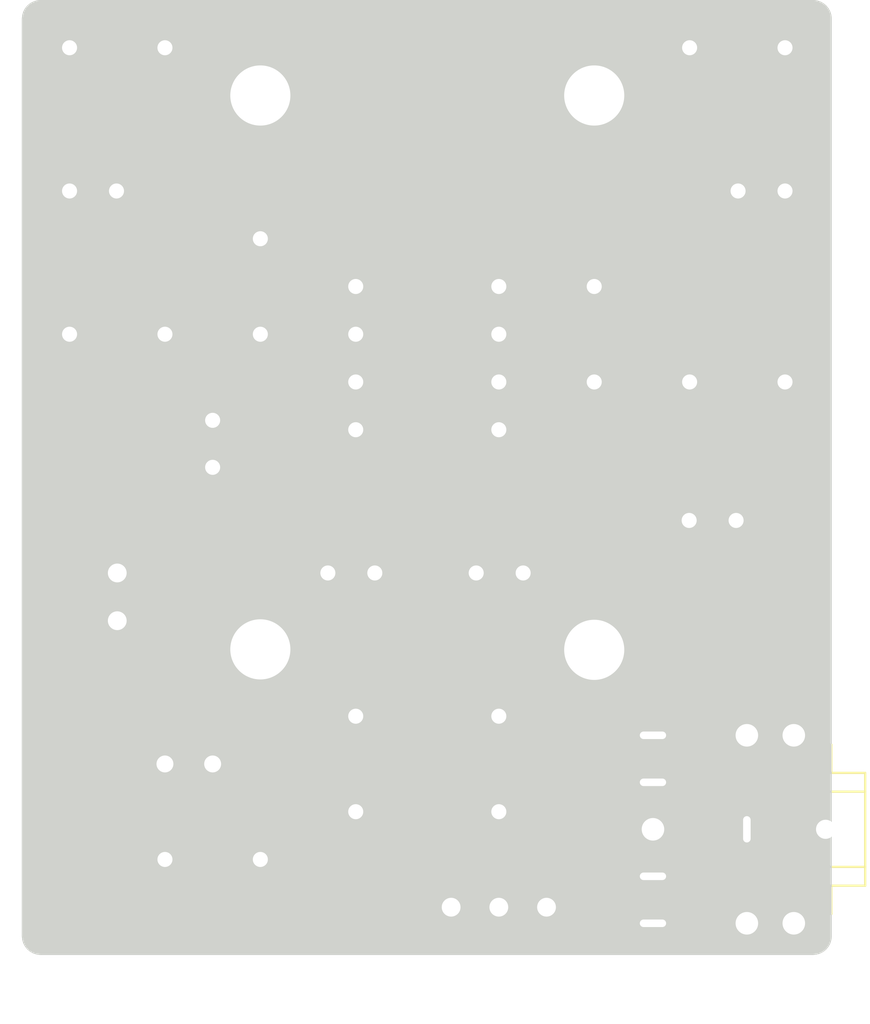
<source format=kicad_pcb>
(kicad_pcb (version 20221018) (generator pcbnew)

  (general
    (thickness 1.6)
  )

  (paper "A4")
  (layers
    (0 "F.Cu" signal)
    (31 "B.Cu" signal)
    (32 "B.Adhes" user "B.Adhesive")
    (33 "F.Adhes" user "F.Adhesive")
    (34 "B.Paste" user)
    (35 "F.Paste" user)
    (36 "B.SilkS" user "B.Silkscreen")
    (37 "F.SilkS" user "F.Silkscreen")
    (38 "B.Mask" user)
    (39 "F.Mask" user)
    (40 "Dwgs.User" user "User.Drawings")
    (41 "Cmts.User" user "User.Comments")
    (42 "Eco1.User" user "User.Eco1")
    (43 "Eco2.User" user "User.Eco2")
    (44 "Edge.Cuts" user)
    (45 "Margin" user)
    (46 "B.CrtYd" user "B.Courtyard")
    (47 "F.CrtYd" user "F.Courtyard")
    (48 "B.Fab" user)
    (49 "F.Fab" user)
    (50 "User.1" user)
    (51 "User.2" user)
    (52 "User.3" user)
    (53 "User.4" user)
    (54 "User.5" user)
    (55 "User.6" user)
    (56 "User.7" user)
    (57 "User.8" user)
    (58 "User.9" user)
  )

  (setup
    (stackup
      (layer "F.SilkS" (type "Top Silk Screen"))
      (layer "F.Paste" (type "Top Solder Paste"))
      (layer "F.Mask" (type "Top Solder Mask") (thickness 0.01))
      (layer "F.Cu" (type "copper") (thickness 0.035))
      (layer "dielectric 1" (type "core") (thickness 1.51) (material "FR4") (epsilon_r 4.5) (loss_tangent 0.02))
      (layer "B.Cu" (type "copper") (thickness 0.035))
      (layer "B.Mask" (type "Bottom Solder Mask") (thickness 0.01))
      (layer "B.Paste" (type "Bottom Solder Paste"))
      (layer "B.SilkS" (type "Bottom Silk Screen"))
      (copper_finish "None")
      (dielectric_constraints no)
    )
    (pad_to_mask_clearance 0)
    (pcbplotparams
      (layerselection 0x00010fc_ffffffff)
      (plot_on_all_layers_selection 0x0000000_00000000)
      (disableapertmacros false)
      (usegerberextensions false)
      (usegerberattributes true)
      (usegerberadvancedattributes true)
      (creategerberjobfile true)
      (dashed_line_dash_ratio 12.000000)
      (dashed_line_gap_ratio 3.000000)
      (svgprecision 4)
      (plotframeref false)
      (viasonmask false)
      (mode 1)
      (useauxorigin false)
      (hpglpennumber 1)
      (hpglpenspeed 20)
      (hpglpendiameter 15.000000)
      (dxfpolygonmode true)
      (dxfimperialunits true)
      (dxfusepcbnewfont true)
      (psnegative false)
      (psa4output false)
      (plotreference true)
      (plotvalue true)
      (plotinvisibletext false)
      (sketchpadsonfab false)
      (subtractmaskfromsilk false)
      (outputformat 1)
      (mirror false)
      (drillshape 1)
      (scaleselection 1)
      (outputdirectory "")
    )
  )

  (net 0 "")
  (net 1 "Net-(C1-Pad1)")
  (net 2 "Net-(C1-Pad2)")
  (net 3 "Net-(C2-Pad1)")
  (net 4 "Net-(C2-Pad2)")
  (net 5 "Net-(J1-Pin_2)")
  (net 6 "Net-(J1-Pin_6)")
  (net 7 "+BATT")
  (net 8 "-BATT")
  (net 9 "Net-(J1-Pin_1)")
  (net 10 "Net-(J1-Pin_7)")
  (net 11 "Net-(D1-A)")
  (net 12 "Virtual_Ground")
  (net 13 "Net-(C3-Pad1)")
  (net 14 "Net-(C4-Pad1)")
  (net 15 "Net-(J4-Pin_2)")
  (net 16 "Net-(J4-Pin_3)")

  (footprint "Capacitor_THT:CP_Radial_D5.0mm_P2.50mm" (layer "F.Cu") (at 154.94 106.14 90))

  (footprint "Capacitor_THT:CP_Radial_D5.0mm_P2.50mm" (layer "F.Cu") (at 147.32 91.44))

  (footprint "MountingHole:MountingHole_3.2mm_M3" (layer "F.Cu") (at 175.26 115.848888))

  (footprint "Resistor_THT:R_Box_L8.4mm_W2.5mm_P5.08mm" (layer "F.Cu") (at 175.26 101.6 90))

  (footprint "Capacitor_THT:CP_Radial_D5.0mm_P2.50mm" (layer "F.Cu") (at 161.076 111.76))

  (footprint "Capacitor_THT:CP_Radial_D5.0mm_P2.50mm" (layer "F.Cu") (at 182.815113 108.966 180))

  (footprint "MountingHole:MountingHole_3.2mm_M3" (layer "F.Cu") (at 157.48 115.824))

  (footprint "Capacitor_THT:CP_Radial_D5.0mm_P2.50mm" (layer "F.Cu") (at 168.974888 111.76))

  (footprint "Resistor_THT:R_Box_L8.4mm_W2.5mm_P5.08mm" (layer "F.Cu") (at 157.48 93.98 -90))

  (footprint "Resistor_THT:R_Box_L8.4mm_W2.5mm_P5.08mm" (layer "F.Cu") (at 170.18 119.38 -90))

  (footprint "MountingHole:MountingHole_3.2mm_M3" (layer "F.Cu") (at 157.48 86.36))

  (footprint "Connector_PinHeader_2.54mm:PinHeader_1x03_P2.54mm_Vertical" (layer "F.Cu") (at 167.64 129.54 90))

  (footprint "Inductor_THT:L_Axial_L7.0mm_D3.3mm_P5.08mm_Vertical_Fastron_MICC" (layer "F.Cu") (at 185.42 83.82 180))

  (footprint "Package_DIP:DIP-8_W7.62mm_Socket" (layer "F.Cu") (at 162.56 96.52))

  (footprint "Inductor_THT:L_Axial_L7.0mm_D3.3mm_P5.08mm_Vertical_Fastron_MICC" (layer "F.Cu") (at 147.32 83.82))

  (footprint "Resistor_THT:R_Box_L8.4mm_W2.5mm_P5.08mm" (layer "F.Cu") (at 162.56 124.46 90))

  (footprint "Resistor_THT:R_Box_L8.4mm_W2.5mm_P5.08mm" (layer "F.Cu") (at 180.34 101.6))

  (footprint "Resistor_THT:R_Box_L8.4mm_W2.5mm_P5.08mm" (layer "F.Cu") (at 152.4 127))

  (footprint "Capacitor_THT:CP_Radial_D5.0mm_P2.50mm" (layer "F.Cu") (at 182.92 91.44))

  (footprint "Connector_Audio:Jack_3.5mm_CUI_SJ1-3525N_Horizontal" (layer "F.Cu") (at 183.388 125.396 90))

  (footprint "Resistor_THT:R_Box_L8.4mm_W2.5mm_P5.08mm" (layer "F.Cu") (at 152.4 99.06 180))

  (footprint "Connector_PinHeader_2.54mm:PinHeader_1x02_P2.54mm_Vertical" (layer "F.Cu") (at 149.86 111.76))

  (footprint "MountingHole:MountingHole_3.2mm_M3" (layer "F.Cu") (at 175.26 86.36))

  (footprint "LED_THT:LED_D4.0mm" (layer "F.Cu") (at 152.4 121.92))

  (segment (start 147.32 99.06) (end 147.32 91.44) (width 1) (layer "F.Cu") (net 1) (tstamp dca2276a-22fe-4a3d-aac2-338966fa2bd6))
  (segment (start 149.86 90.9) (end 149.32 91.44) (width 1) (layer "F.Cu") (net 2) (tstamp 25f7db0d-9e40-4c9d-a39a-6457ac56a182))
  (segment (start 149.86 86.36) (end 149.86 90.9) (width 1) (layer "F.Cu") (net 2) (tstamp 31493061-ed65-4a6e-8e2a-9c791d2a4818))
  (segment (start 147.32 83.82) (end 149.86 86.36) (width 1) (layer "F.Cu") (net 2) (tstamp af959195-295e-4a53-b0f9-e1b44f037b2b))
  (segment (start 182.92 99.1) (end 185.42 101.6) (width 1) (layer "F.Cu") (net 3) (tstamp 326a44f0-25cd-48ef-a993-cefaa49e5a76))
  (segment (start 182.92 91.44) (end 182.92 99.1) (width 1) (layer "F.Cu") (net 3) (tstamp fbee81c9-2a05-4a98-8189-44e30219901a))
  (segment (start 185.42 91.44) (end 185.42 83.82) (width 1) (layer "F.Cu") (net 4) (tstamp 7400cfcc-b068-4fbc-9a35-986110d5e4d1))
  (segment (start 154.94 99.06) (end 154.94 104.14) (width 1) (layer "F.Cu") (net 5) (tstamp 426ffb2d-d07e-49a4-a353-d80a43f55363))
  (segment (start 157.48 99.06) (end 154.94 99.06) (width 1) (layer "F.Cu") (net 5) (tstamp 7a9c2f7d-e337-4b09-a275-eff84518d0d9))
  (segment (start 154.94 99.06) (end 152.4 99.06) (width 1) (layer "F.Cu") (net 5) (tstamp 9438a2fc-9bdd-47ee-bdc8-30a187b81ec5))
  (segment (start 162.56 99.06) (end 157.48 99.06) (width 1) (layer "F.Cu") (net 5) (tstamp fa81628e-b528-4c63-90c2-870feb30d26f))
  (segment (start 180.34 101.6) (end 180.34 109.22) (width 1) (layer "F.Cu") (net 6) (tstamp 12eb1f2d-377d-4176-96ac-961390304b8a))
  (segment (start 180.34 101.6) (end 175.26 101.6) (width 1) (layer "F.Cu") (net 6) (tstamp a0ff3788-a4e0-4895-b1d5-a2e0a07490c9))
  (segment (start 175.26 101.6) (end 170.18 101.6) (width 1) (layer "F.Cu") (net 6) (tstamp a318c569-fd62-4452-8d03-4d937783668a))
  (segment (start 162.56 104.14) (end 161.076 105.624) (width 1) (layer "B.Cu") (net 7) (tstamp 4030410c-7dc1-4ed2-9d08-18328a5ea107))
  (segment (start 162.56 116.84) (end 162.56 119.38) (width 1) (layer "B.Cu") (net 7) (tstamp 426a4ecc-63fe-445b-b306-d7ab963d85f0))
  (segment (start 161.076 105.624) (end 161.076 111.76) (width 1) (layer "B.Cu") (net 7) (tstamp 5fe214e6-b69e-4a77-b5e8-aa53578cb7eb))
  (segment (start 149.86 111.76) (end 161.076 111.76) (width 1) (layer "B.Cu") (net 7) (tstamp 79b58d40-05a9-495f-84f7-e97c59834d98))
  (segment (start 161.076 111.76) (end 161.076 115.356) (width 1) (layer "B.Cu") (net 7) (tstamp 82e7502e-5dbd-4423-ba84-a0e88d3df8e9))
  (segment (start 161.076 115.356) (end 162.56 116.84) (width 1) (layer "B.Cu") (net 7) (tstamp c6bf43e8-eab7-4fde-b000-8858fcd95e79))
  (segment (start 149.86 118.872) (end 152.4 121.412) (width 1) (layer "F.Cu") (net 8) (tstamp 5654b774-b421-4ac8-963b-d2f46d696069))
  (segment (start 159.131 119.126) (end 162.179 116.078) (width 1) (layer "F.Cu") (net 8) (tstamp 5b708c14-303a-4703-8224-cd2584ffb07a))
  (segment (start 152.4 121.92) (end 152.4 121.412) (width 1) (layer "F.Cu") (net 8) (tstamp 5e439d87-9a38-43d4-af3b-10a805118466))
  (segment (start 149.86 114.3) (end 149.86 118.872) (width 1) (layer "F.Cu") (net 8) (tstamp 6f02de8d-2482-4d9b-9c79-a81639259535))
  (segment (start 162.179 116.078) (end 166.878 116.078) (width 1) (layer "F.Cu") (net 8) (tstamp 73e49236-0c9d-4a89-b0ca-140628e90f12))
  (segment (start 166.878 116.078) (end 170.18 119.38) (width 1) (layer "F.Cu") (net 8) (tstamp 7c84d76a-4e8b-4575-bb8a-3a0a78e08398))
  (segment (start 153.67 119.126) (end 159.131 119.126) (width 1) (layer "F.Cu") (net 8) (tstamp ce4a0121-cf0f-4ccd-ab90-f691233a29e6))
  (segment (start 152.4 120.396) (end 153.67 119.126) (width 1) (layer "F.Cu") (net 8) (tstamp daa53750-8184-4077-a589-508db29551b0))
  (segment (start 152.4 121.412) (end 152.4 120.396) (width 1) (layer "F.Cu") (net 8) (tstamp e886bcc5-b9e7-44f8-8a9b-1bfc515f90ec))
  (segment (start 171.704 111.989112) (end 171.704 112.776) (width 1) (layer "B.Cu") (net 8) (tstamp 1697b3bd-aa8b-4b11-ab65-081d255bffe6))
  (segment (start 171.704 112.776) (end 170.18 114.3) (width 1) (layer "B.Cu") (net 8) (tstamp 4c1b0b4d-8fb5-465f-8d5d-89bafb321d2e))
  (segment (start 166.878 105.156) (end 171.474888 109.752888) (width 1) (layer "B.Cu") (net 8) (tstamp 4e62750f-555c-4c35-bb56-f74d0d4c0020))
  (segment (start 168.656 96.52) (end 166.878 98.298) (width 1) (layer "B.Cu") (net 8) (tstamp 50f65c19-cb2a-4f52-b2b4-cf033e7ec684))
  (segment (start 170.18 114.3) (end 170.18 119.38) (width 1) (layer "B.Cu") (net 8) (tstamp 545dca80-aba0-46e8-aa8e-03e07ca57931))
  (segment (start 171.474888 109.752888) (end 171.474888 111.76) (width 1) (layer "B.Cu") (net 8) (tstamp 8370dcf2-3bc8-4902-bf1d-ae83c4125acd))
  (segment (start 170.18 96.52) (end 168.656 96.52) (width 1) (layer "B.Cu") (net 8) (tstamp 88ca646c-896c-434a-a254-483479004dca))
  (segment (start 166.878 98.298) (end 166.878 105.156) (width 1) (layer "B.Cu") (net 8) (tstamp 944f3909-ccf3-4eb7-9634-77eac257d2aa))
  (segment (start 171.474888 111.76) (end 171.704 111.989112) (width 1) (layer "B.Cu") (net 8) (tstamp edda6d16-cc43-461b-8eb3-69ebaa4555c7))
  (segment (start 162.56 96.52) (end 160.02 93.98) (width 1) (layer "F.Cu") (net 9) (tstamp 2f071073-deb1-466c-96bd-21ac6de268e2))
  (segment (start 160.02 93.98) (end 157.48 93.98) (width 1) (layer "F.Cu") (net 9) (tstamp bdf642da-ec57-4e5d-8a2e-f9fec993261c))
  (segment (start 172.72 99.06) (end 170.18 99.06) (width 1) (layer "F.Cu") (net 10) (tstamp 8818eef
... [422358 chars truncated]
</source>
